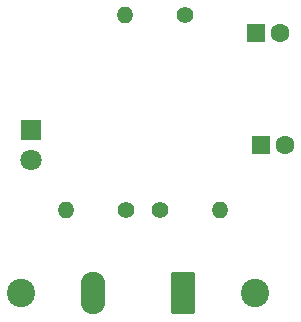
<source format=gbr>
%TF.GenerationSoftware,KiCad,Pcbnew,8.0.5*%
%TF.CreationDate,2024-12-18T15:09:30+03:00*%
%TF.ProjectId,555_badge,3535355f-6261-4646-9765-2e6b69636164,V01*%
%TF.SameCoordinates,Original*%
%TF.FileFunction,Soldermask,Bot*%
%TF.FilePolarity,Negative*%
%FSLAX46Y46*%
G04 Gerber Fmt 4.6, Leading zero omitted, Abs format (unit mm)*
G04 Created by KiCad (PCBNEW 8.0.5) date 2024-12-18 15:09:30*
%MOMM*%
%LPD*%
G01*
G04 APERTURE LIST*
G04 Aperture macros list*
%AMRoundRect*
0 Rectangle with rounded corners*
0 $1 Rounding radius*
0 $2 $3 $4 $5 $6 $7 $8 $9 X,Y pos of 4 corners*
0 Add a 4 corners polygon primitive as box body*
4,1,4,$2,$3,$4,$5,$6,$7,$8,$9,$2,$3,0*
0 Add four circle primitives for the rounded corners*
1,1,$1+$1,$2,$3*
1,1,$1+$1,$4,$5*
1,1,$1+$1,$6,$7*
1,1,$1+$1,$8,$9*
0 Add four rect primitives between the rounded corners*
20,1,$1+$1,$2,$3,$4,$5,0*
20,1,$1+$1,$4,$5,$6,$7,0*
20,1,$1+$1,$6,$7,$8,$9,0*
20,1,$1+$1,$8,$9,$2,$3,0*%
G04 Aperture macros list end*
%ADD10R,1.800000X1.800000*%
%ADD11C,1.800000*%
%ADD12O,1.400000X1.400000*%
%ADD13C,1.400000*%
%ADD14C,2.400000*%
%ADD15RoundRect,0.250001X0.799999X1.549999X-0.799999X1.549999X-0.799999X-1.549999X0.799999X-1.549999X0*%
%ADD16O,2.100000X3.600000*%
%ADD17R,1.600000X1.600000*%
%ADD18C,1.600000*%
G04 APERTURE END LIST*
D10*
%TO.C,D1*%
X122000000Y-86725000D03*
D11*
X122000000Y-89265000D03*
%TD*%
D12*
%TO.C,R3*%
X129960000Y-77000000D03*
D13*
X135040000Y-77000000D03*
%TD*%
D14*
%TO.C,J1*%
X141000000Y-100500000D03*
X121180000Y-100500000D03*
D15*
X134900000Y-100500000D03*
D16*
X127280000Y-100500000D03*
%TD*%
D17*
%TO.C,C2*%
X141044888Y-78500000D03*
D18*
X143044888Y-78500000D03*
%TD*%
D17*
%TO.C,C1*%
X141500000Y-88000000D03*
D18*
X143500000Y-88000000D03*
%TD*%
D13*
%TO.C,R2*%
X132960000Y-93500000D03*
D12*
X138040000Y-93500000D03*
%TD*%
D13*
%TO.C,R1*%
X130040000Y-93500000D03*
D12*
X124960000Y-93500000D03*
%TD*%
M02*

</source>
